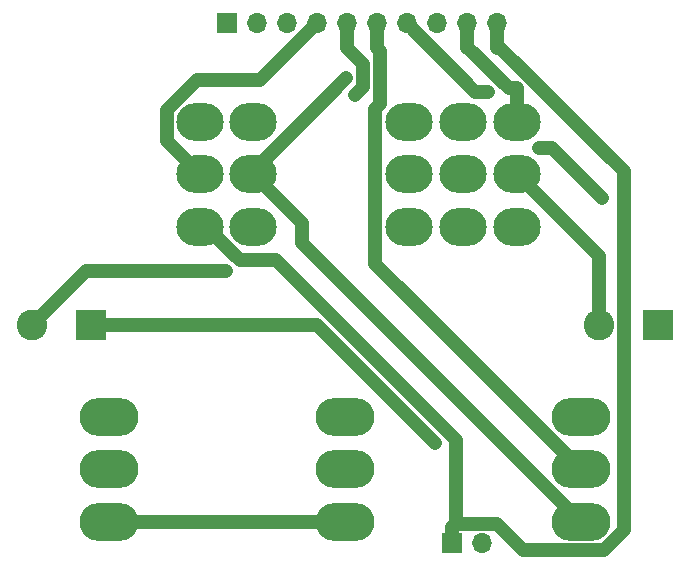
<source format=gbl>
G04 #@! TF.GenerationSoftware,KiCad,Pcbnew,5.1.10*
G04 #@! TF.CreationDate,2021-07-21T04:31:39-05:00*
G04 #@! TF.ProjectId,Power Board,506f7765-7220-4426-9f61-72642e6b6963,rev?*
G04 #@! TF.SameCoordinates,Original*
G04 #@! TF.FileFunction,Copper,L2,Bot*
G04 #@! TF.FilePolarity,Positive*
%FSLAX46Y46*%
G04 Gerber Fmt 4.6, Leading zero omitted, Abs format (unit mm)*
G04 Created by KiCad (PCBNEW 5.1.10) date 2021-07-21 04:31:39*
%MOMM*%
%LPD*%
G01*
G04 APERTURE LIST*
G04 #@! TA.AperFunction,ComponentPad*
%ADD10C,2.600000*%
G04 #@! TD*
G04 #@! TA.AperFunction,ComponentPad*
%ADD11R,2.600000X2.600000*%
G04 #@! TD*
G04 #@! TA.AperFunction,ComponentPad*
%ADD12O,5.000000X3.200000*%
G04 #@! TD*
G04 #@! TA.AperFunction,ComponentPad*
%ADD13O,4.000000X3.200000*%
G04 #@! TD*
G04 #@! TA.AperFunction,ComponentPad*
%ADD14O,1.700000X1.700000*%
G04 #@! TD*
G04 #@! TA.AperFunction,ComponentPad*
%ADD15R,1.700000X1.700000*%
G04 #@! TD*
G04 #@! TA.AperFunction,ViaPad*
%ADD16C,0.800000*%
G04 #@! TD*
G04 #@! TA.AperFunction,Conductor*
%ADD17C,1.200000*%
G04 #@! TD*
G04 APERTURE END LIST*
D10*
X41000000Y-158250000D03*
D11*
X46000000Y-158250000D03*
D12*
X47500000Y-166050000D03*
X47500000Y-170500000D03*
X47500000Y-174950000D03*
D13*
X59750000Y-141050000D03*
X59750000Y-149950000D03*
X59750000Y-145500000D03*
X55250000Y-149950000D03*
X55250000Y-145500000D03*
X55250000Y-141050000D03*
D10*
X89000000Y-158250000D03*
D11*
X94000000Y-158250000D03*
D14*
X80360000Y-132750000D03*
X77820000Y-132750000D03*
X75280000Y-132750000D03*
X72740000Y-132750000D03*
X70200000Y-132750000D03*
X67660000Y-132750000D03*
X65120000Y-132750000D03*
X62580000Y-132750000D03*
X60040000Y-132750000D03*
D15*
X57500000Y-132750000D03*
D12*
X67500000Y-166050000D03*
X67500000Y-170500000D03*
X67500000Y-174950000D03*
X87500000Y-166050000D03*
X87500000Y-170500000D03*
X87500000Y-174950000D03*
D13*
X72900000Y-149950000D03*
X72900000Y-141050000D03*
X72900000Y-145500000D03*
X77500000Y-141050000D03*
X77500000Y-145500000D03*
X77500000Y-149950000D03*
X82100000Y-149950000D03*
X82100000Y-141050000D03*
X82100000Y-145500000D03*
D14*
X79108000Y-176750000D03*
D15*
X76568000Y-176750000D03*
D16*
X79617700Y-138553700D03*
X67631900Y-137400900D03*
X68363100Y-138801200D03*
X75148900Y-168267100D03*
X89250000Y-147500000D03*
X83950000Y-143300000D03*
X57477800Y-153665000D03*
D17*
X60354900Y-137515100D02*
X54960600Y-137515100D01*
X65120000Y-132750000D02*
X60354900Y-137515100D01*
X54960600Y-137515100D02*
X52430700Y-140045000D01*
X52430700Y-142680700D02*
X55250000Y-145500000D01*
X52430700Y-140045000D02*
X52430700Y-142680700D01*
X72740000Y-132750000D02*
X78543700Y-138553700D01*
X78543700Y-138553700D02*
X79617700Y-138553700D01*
X63898900Y-151348900D02*
X87500000Y-174950000D01*
X47500000Y-174950000D02*
X67500000Y-174950000D01*
X63898900Y-149648900D02*
X63898900Y-151348900D01*
X59750000Y-145500000D02*
X63898900Y-149648900D01*
X59750000Y-145282800D02*
X67631900Y-137400900D01*
X59750000Y-145500000D02*
X59750000Y-145282800D01*
X68363100Y-138801200D02*
X69032200Y-138132100D01*
X69032200Y-138132100D02*
X69032200Y-136172200D01*
X67660000Y-132750000D02*
X67660000Y-134800000D01*
X69032200Y-136172200D02*
X67660000Y-134800000D01*
X65131800Y-158250000D02*
X75148900Y-168267100D01*
X46000000Y-158250000D02*
X65131800Y-158250000D01*
X89000000Y-152400000D02*
X89000000Y-158250000D01*
X82100000Y-145500000D02*
X89000000Y-152400000D01*
X85050000Y-143300000D02*
X89250000Y-147500000D01*
X83950000Y-143300000D02*
X85050000Y-143300000D01*
X70484800Y-139595200D02*
X70079700Y-140000300D01*
X70079700Y-153079700D02*
X87500000Y-170500000D01*
X70200000Y-132750000D02*
X70200000Y-134800000D01*
X70079700Y-140000300D02*
X70079700Y-153079700D01*
X70484800Y-135084800D02*
X70484800Y-139595200D01*
X70200000Y-134800000D02*
X70484800Y-135084800D01*
X81370400Y-138250000D02*
X77920400Y-134800000D01*
X77820000Y-132750000D02*
X77820000Y-134800000D01*
X82100000Y-141050000D02*
X82100000Y-138250000D01*
X77920400Y-134800000D02*
X77820000Y-134800000D01*
X82100000Y-138250000D02*
X81370400Y-138250000D01*
X76568000Y-175407400D02*
X76880600Y-175094800D01*
X80678500Y-134800000D02*
X80360000Y-134800000D01*
X89424800Y-177354700D02*
X91137800Y-175641700D01*
X76880600Y-167993100D02*
X61694400Y-152806900D01*
X76568000Y-176750000D02*
X76568000Y-175407400D01*
X55743100Y-149950000D02*
X55250000Y-149950000D01*
X91137800Y-145259300D02*
X80678500Y-134800000D01*
X82628400Y-177354700D02*
X89424800Y-177354700D01*
X61694400Y-152806900D02*
X58600000Y-152806900D01*
X80368500Y-175094800D02*
X82628400Y-177354700D01*
X76880600Y-175094800D02*
X80368500Y-175094800D01*
X80360000Y-132750000D02*
X80360000Y-134800000D01*
X76880600Y-175094800D02*
X76880600Y-167993100D01*
X91137800Y-175641700D02*
X91137800Y-145259300D01*
X58600000Y-152806900D02*
X55743100Y-149950000D01*
X45585000Y-153665000D02*
X57477800Y-153665000D01*
X41000000Y-158250000D02*
X45585000Y-153665000D01*
M02*

</source>
